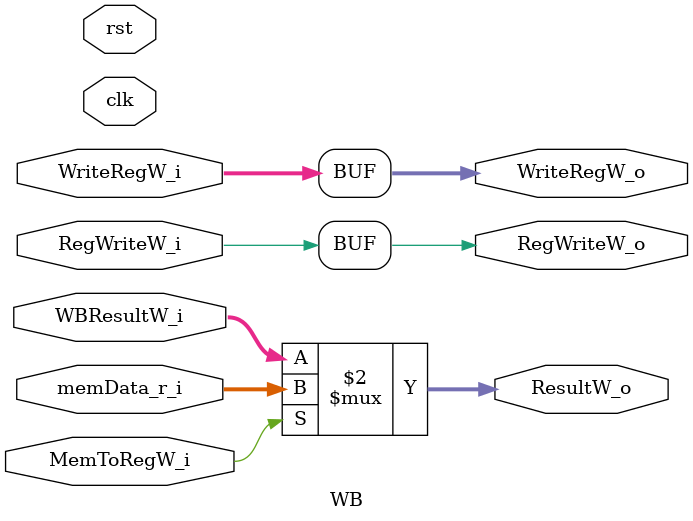
<source format=v>
module pipelinedPS#(parameter OP_WIDTH  = 4,
                    parameter CV_WIDTH  = 10,
                    parameter HZ_CV_WIDTH  = 10,
                    parameter STATES_WIDTH  = 15,
                    parameter ADDR_WIDTH  = 8,
                    parameter DATA_WIDTH  = 16,
                    parameter REG_WIDTH   = 4,
                    parameter IMM8_WIDTH  = 8,
                    parameter REG_NUM     = 16)
       (
           input  clk,
           input  rst,

           input  start,                  // to start the processor
           output stop,                   // to show that the processor is stopped

           //control signals for instruction memory (im)
           input   [DATA_WIDTH-1:0]  im_r_data,      // 16-bit read data of im
           output  [ADDR_WIDTH-1:0]  im_addr,        // 8-bit data address of im
           output  im_rd,                 // read enable of im

           //control signals for data memory (dm)
           output  [ADDR_WIDTH-1:0] dm_addr,         // 8-bit data address of dm
           output  dm_rd,                 // read enable of dm
           output  dm_wr,                 // write enable of dm

           //data for data memory (dm)
           input  [DATA_WIDTH-1:0] dm_r_data,       // 16-bit read data
           output [DATA_WIDTH-1:0] dm_w_data        // 16-bit write data
       );
//IM and DM are inside the testbench, so one must access them through interfaces.
wire[OP_WIDTH-1:0] opcode;

//Main CTRs
wire RegWriteD;//ID
wire RegWriteE,BranchE,MemReadE,RegDstE,MemWriteE,MemToRegE ,MovE,FloatingE,jumpE;//EX
wire[1:0] ALUopE;
wire RegWriteM,BranchM,MemReadM,MemWriteM,MemToRegM ,MovM,jumpM;//MEM
wire RegWriteW,MemToRegW;//WB

//Hazard units
wire[1:0] alu_src1,alu_src2;
wire mem_src,flushEX_MEM,flushIF_ID,pcstall,flushID_EX ,IF_IDstall ,ID_EXstall ,EX_MEMstall,MEM_WBstall ;
wire[REG_WIDTH-1:0] rsI,rtI;
wire R_type;

//IF
wire[ADDR_WIDTH-1:0] PCD;
wire[ADDR_WIDTH-1:0] PC;
wire[REG_WIDTH-1:0] rsD,rtD,rdD;

wire[REG_WIDTH-1:0] rf_r1_addr,rf_r2_addr;
wire[DATA_WIDTH-1:0] rf_r1_data,rf_r2_data;

//EX
wire[ADDR_WIDTH-1:0]PCE;
wire[REG_WIDTH-1:0] rtE,rsE,rdE;
wire[IMM8_WIDTH-1:0] imm8E;

//MEM
wire[ADDR_WIDTH-1:0] PCM;
wire[DATA_WIDTH-1:0] WriteDataM;
wire[IMM8_WIDTH-1:0] imm8M;
wire[REG_WIDTH-1:0] rsM;
wire[REG_WIDTH-1:0] WriteRegM;
wire[DATA_WIDTH-1:0] alu_outM;
wire[DATA_WIDTH-1:0] WBResultM;
wire[DATA_WIDTH-1:0] WBResultM_w;


wire PC_src;
wire[ADDR_WIDTH-1:0] branchAddr;
wire[ADDR_WIDTH-1:0] jumpAddr;
wire jumpM_f;

//WB
wire[DATA_WIDTH-1:0] ResultW;
wire[REG_WIDTH-1:0]  WriteRegW;

wire[REG_WIDTH-1:0] WriteRegW_rf;
wire RegWriteW_rf; //Control

//Stop Register
reg  stop_flag;
wire stop_flag_rd = stop_flag;

always @(posedge clk)
begin
    stop_flag <= rst ? 'd0 : ((PC >= 3)? stop : stop_flag);
end



hazardUnit#(
    .REG_WIDTH   ( REG_WIDTH )
)u_hazardUnit(
    .clk         ( clk         ),
    .rst         ( rst         ),

    //Fowarding and stall
    .rsE         ( rsE         ),
    .rtE         ( rtE         ),
    .RegWriteM   ( RegWriteM   ),
    .RegWriteW   ( RegWriteW   ),
    .WriteRegM   ( WriteRegM   ),
    .WriteRegW   ( WriteRegW   ),
    .rsM         ( rsM         ),

    //Stall
    .rsD         ( rsD         ),
    .rtD         ( rtD         ),
    .MemReadE    ( MemReadE    ),
    .RegWriteD   ( RegWriteD   ),
    .R_type      ( R_type      ),

    //Control hazard
    .stop        ( stop_flag_rd ),
    .PCSrc       ( PC_src       ),
    .jump        ( jumpM_f      ),

    //Forwarding
    .alu_src1    ( alu_src1    ),
    .alu_src2    ( alu_src2    ),
    .mem_src     ( mem_src     ),

    //Stall
    .flushEX_MEM ( flushEX_MEM ),
    .flushIF_ID  ( flushIF_ID  ),
    .pcstall     ( pcstall     ),
    .MemReadW    ( MemReadW    ),
    .MemWriteM   ( MemWriteM   ),

    //Control hazard
    .flushID_EX  ( flushID_EX  ),
    .IF_IDstall  ( IF_IDstall  ),
    .ID_EXstall  ( ID_EXstall  ),
    .EX_MEMstall ( EX_MEMstall ),
    .MEM_WBstall ( MEM_WBstall )
);


IF#(
      .DATA_WIDTH   ( DATA_WIDTH ),
      .ADDR_WIDTH   ( ADDR_WIDTH )
  )u_IF(
      .rst          ( rst          ),
      .clk          ( clk          ),

      //PC
      .start(start),
      .stop(stop_flag_rd ),

      .jump_i       ( jumpM_f    ),
      .PC_src_i     ( PC_src     ),
      .branchAddr_i ( branchAddr ),
      .jumpAddr_i   ( jumpAddr   ),

      //IM
      .im_addr_o    ( im_addr    ),
      .im_rd_o      ( im_rd      ),

      //IF/ID
      .PCD_IF_ID_rd_o ( PCD ),
      .flushIF_ID_i ( flushIF_ID ),
      .stallIF_ID_i ( IF_IDstall ),

      //PC
      .PC(PC),
      .stallPC_i    ( pcstall    )

  );

ID#(
      .DATA_WIDTH           ( DATA_WIDTH ),
      .ADDR_WIDTH           ( ADDR_WIDTH ),
      .IMM8_WIDTH           ( IMM8_WIDTH ),
      .REG_WIDTH            ( REG_WIDTH ),
      .CV_WIDTH             ( CV_WIDTH ),
      .OP_WIDTH             ( OP_WIDTH )
  )u_ID(
      .rst                  ( rst                  ),
      .clk                  ( clk                  ),

      //IF/ID
      .PCD_i                ( PCD                ),
      .instruction_mem_rD_i ( im_r_data ),
      .flush_ID_EX_i        ( flushID_EX        ),
      .stall_ID_EX_i        ( ID_EXstall        ),

      //RF read Addr
      .reg_file_r1          ( rf_r1_addr          ),
      .reg_file_r2          ( rf_r2_addr          ),

      //Forwarding
      .rsD                  ( rsD                  ),
      .rtD                  ( rtD                  ),

      .Stop                 ( stop                  ),

      //ID/EX
      .rtE                  ( rtE                  ),
      .rsE                  ( rsE                  ),
      .rdE                  ( rdE                  ),
      .PCE                  ( PCE                  ),
      .imm8D                ( imm8E                ),

      //Control signals
      .RegWriteE            ( RegWriteE            ),
      .ALUopE               ( ALUopE               ),
      .BranchE              ( BranchE              ),
      .MemReadE             ( MemReadE             ),
      .RegDstE              ( RegDstE              ),
      .MemWriteE            ( MemWriteE            ),
      .MemToRegE            ( MemToRegE            ),
      .MovE                 ( MovE                 ),
      .FloatingE            ( FloatingE            ),
      .jumpE                ( jumpE                ),

      //Hazard
      .RegWrite_o(RegWriteD),
      .R_type(R_type)
  );

reg_file#(
            .DEPTH   ( REG_NUM ),
            .ADDR    ( REG_WIDTH ),
            .WIDTH   ( DATA_WIDTH )
        )u_reg_file(
            .rst     ( rst     ),
            .clk     ( clk     ),


            .r1_en   ( 1'b1   ),
            .r2_en   ( 1'b1   ),

            .r1_addr ( rf_r1_addr ),
            .r2_addr ( rf_r2_addr ),

            .w_data  ( ResultW    ),
            .w_addr  ( WriteRegW_rf  ),
            .w_en    ( RegWriteW_rf  ),

            .r1_data ( rf_r1_data ),
            .r2_data ( rf_r2_data )
        );

EX#(
      .DATA_WIDTH     ( DATA_WIDTH ),
      .ADDR_WIDTH     ( ADDR_WIDTH ),
      .IMM8_WIDTH     ( IMM8_WIDTH ),
      .REG_WIDTH      ( REG_WIDTH ),
      .CV_WIDTH       ( CV_WIDTH ),
      .OP_WIDTH       ( OP_WIDTH )
  )u_EX(
      .clk            ( clk            ),
      .rst            ( rst            ),

      .PCE_i          ( PCE          ),

      .r1_data_r_i    ( rf_r1_data    ),
      .r2_data_r_i    ( rf_r2_data    ),

      .imm8E_i        ( imm8E        ),
      .rsE_i          ( rsE          ),
      .rdE_i          ( rdE          ),

      //Control
      .flush_EX_MEM_i ( flushEX_MEM ),
      .stall_EX_MEM_i ( EX_MEMstall ),

      .RegWriteE_i    ( RegWriteE    ),
      .ALUopE_i       ( ALUopE       ),
      .BranchE_i      ( BranchE      ),
      .MemReadE_i     ( MemReadE     ),
      .RegDstE_i      ( RegDstE      ),
      .MemWriteE_i    ( MemWriteE    ),
      .MemToRegE_i    ( MemToRegE    ),
      .MovE_i         ( MovE         ),
      .FloatingE_i    ( FloatingE    ),
      .jumpE_i        ( jumpE        ),

      .PCM_o          ( PCM          ),
      .WriteDataM_o   ( WriteDataM   ),
      .imm8M_o        ( imm8M        ),
      .rsM_o          ( rsM          ),

      .WriteRegM_o    ( WriteRegM    ),
      .RegWriteM_o    ( RegWriteM    ),

      .alu_outM_o     ( alu_outM     ),
      .BranchM_o      ( BranchM      ),

      .MemReadM_o     ( MemReadM     ),
      .MemWriteM_o    ( MemWriteM    ),
      .MemToRegM_o    ( MemToRegM    ),
      .MovM_o         ( MovM         ),
      .jumpM_o        ( jumpM        ),

      .WBResultM_i    ( WBResultM_w  ),
      .ResultW_i      ( ResultW      ),
      .alu_src1_i     ( alu_src1     ),
      .alu_src2_i     ( alu_src2     )
  );

MEM#(
       .DATA_WIDTH     ( DATA_WIDTH ),
       .ADDR_WIDTH     ( ADDR_WIDTH ),
       .IMM8_WIDTH     ( IMM8_WIDTH ),
       .REG_WIDTH      ( REG_WIDTH ),
       .CV_WIDTH       ( CV_WIDTH ),
       .OP_WIDTH       ( OP_WIDTH )
   )u_MEM(
       .clk            ( clk            ),
       .rst            ( rst            ),

       .PCM_i          ( PCM          ),
       .alu_outM_i     ( alu_outM     ),
       .WriteDataM_i   ( WriteDataM   ),
       .imm8M_i        ( imm8M        ),
       .rsM_i          ( rsM          ),

       //Hazard controls
       .stall_MEM_WB_i ( MEM_WBstall   ),
       .MemSrc_i       ( mem_src       ),

       .WriteRegM_i    ( WriteRegM    ),
       .RegWriteM_i    ( RegWriteM    ),
       .MemReadM_o     ( MemReadW     ),

       //Forwarded data
       .ResultW_i      ( ResultW      ),

       //Control signals
       .BranchM_i      ( BranchM      ),
       .MemToRegM_i    ( MemToRegM    ),
       .MovM_i         ( MovM         ),
       .jumpM_i        ( jumpM        ),

       //!Forward to ID
       .branchAddr_o   ( branchAddr   ),
       .PC_src_o       ( PC_src       ),
       .jumpAddr_o     ( jumpAddr     ),

       //Forward to EX
       .WBResultM_w    ( WBResultM_w  ),

       //!MEM/WB
       .WBResultM_o    ( WBResultM    ),
       .WriteRegM_o    ( WriteRegW    ),

       //Control Signals
       .RegWriteM_o    ( RegWriteW    ),
       .MemToRegM_o    ( MemToRegW    ),
       .jumpM_o        ( jumpM_f      ),

       //DM
       .MemWriteM_i    ( MemWriteM    ),
       .MemReadM_i     ( MemReadM     ),

       .dm_rd(dm_rd),
       .dm_wr(dm_wr),
       .MemAddr_o      ( dm_addr      ),
       .WriteDataM_o   ( dm_w_data    )
   );

WB#(
      .DATA_WIDTH   ( DATA_WIDTH ),
      .ADDR_WIDTH   ( ADDR_WIDTH ),
      .IMM8_WIDTH   ( IMM8_WIDTH ),
      .REG_WIDTH    ( REG_WIDTH  ),
      .CV_WIDTH     ( CV_WIDTH   ),
      .OP_WIDTH     ( OP_WIDTH   )
  )u_WB(
      .clk          ( clk          ),
      .rst          ( rst          ),

      //MEM/WB
      .WBResultW_i  ( WBResultM  ),

      .WriteRegW_i  ( WriteRegW  ),
      .RegWriteW_i  ( RegWriteW  ),
      .MemToRegW_i  ( MemToRegW  ),

      .RegWriteW_o  ( RegWriteW_rf  ),

      .memData_r_i  ( dm_r_data  ),
      .ResultW_o    ( ResultW    ),
      .WriteRegW_o  ( WriteRegW_rf  )
);


endmodule

module MEM #(parameter DATA_WIDTH = 16,
             parameter ADDR_WIDTH = 8,
             parameter IMM8_WIDTH = 8,
             parameter REG_WIDTH  = 4,
             parameter CV_WIDTH   = 11,
             parameter OP_WIDTH   = 4)
       (input clk,
        input rst,

        //From EX/MEM
        input[ADDR_WIDTH-1:0] PCM_i,
        input[DATA_WIDTH-1:0] alu_outM_i,
        input[DATA_WIDTH-1:0] WriteDataM_i,
        input[IMM8_WIDTH-1:0] imm8M_i,
        input[REG_WIDTH-1:0] rsM_i,
        input[REG_WIDTH-1:0] WriteRegM_i,

        //Hazard control
        input stall_MEM_WB_i,
        input MemSrc_i,

        //Controls
        input RegWriteM_i,
        input BranchM_i,
        input MemReadM_i,
        input MemWriteM_i,
        input MemToRegM_i,
        input MovM_i,
        input jumpM_i,

        //Forwarded signal
        input[DATA_WIDTH-1:0] ResultW_i,

        //Forward signal to IF
        output[ADDR_WIDTH-1:0] branchAddr_o,
        output[ADDR_WIDTH-1:0] jumpAddr_o,
        output jumpM_o,

        //Forwarding to EX
        output[DATA_WIDTH-1:0] WBResultM_w,

        //MEM/WB
        output reg[DATA_WIDTH-1:0] WBResultM_o,
        output reg[REG_WIDTH-1:0] WriteRegM_o,
        output reg RegWriteM_o ,
        output reg MemToRegM_o ,
        output reg MemReadM_o,

        //DM
        output dm_rd,
        output dm_wr,
        output[ADDR_WIDTH-1:0] MemAddr_o,
        output[DATA_WIDTH-1:0] WriteDataM_o,

        //Hazard control
        output PC_src_o
       );

//Branch
assign PC_src_o = ((WriteDataM_o == 'd0) && (BranchM_i) );
assign jumpM_o = jumpM_i;
assign branchAddr_o = imm8M_i;
assign jumpAddr_o   = imm8M_i;


//DM
assign  dm_wr = MemWriteM_i;
assign  dm_rd = MemReadM_i;
assign  MemAddr_o = imm8M_i;
assign WriteDataM_o = MemSrc_i ?  ResultW_i : WriteDataM_i ;

wire[DATA_WIDTH-1:0] sign_extended_val = {{8{imm8M_i[7]}},imm8M_i[7:0]};
//MEM/WB
assign WBResultM_w = MovM_i ? sign_extended_val : alu_outM_i;

always @(posedge clk )
begin
    if(rst)
    begin
        RegWriteM_o <= 'd0;
        MemToRegM_o <= 'd0;

        WBResultM_o <= 'd0;
        WriteRegM_o <= 'd0;
        MemReadM_o  <= 'd0;
    end
    else if(stall_MEM_WB_i)
    begin
        RegWriteM_o <= RegWriteM_o;
        MemToRegM_o <= MemToRegM_o;
        WBResultM_o <= WBResultM_o;
        WriteRegM_o <= WriteRegM_o;
        MemReadM_o  <= MemReadM_o;
    end
    else
    begin
        RegWriteM_o <= RegWriteM_i;
        MemToRegM_o <= MemToRegM_i;

        WBResultM_o <= WBResultM_w;
        WriteRegM_o <= WriteRegM_i;
        MemReadM_o  <= MemReadM_i;
    end
end

endmodule

module IF#(parameter DATA_WIDTH = 16,
           parameter ADDR_WIDTH = 8)
       (input rst,
        input clk,

        //Control inputs
        input jump_i,
        input PC_src_i,
        input start,

        //From stop_flag
        input stop,

        //Forwarded addr
        input[ADDR_WIDTH-1:0] branchAddr_i,
        input[ADDR_WIDTH-1:0] jumpAddr_i,

        //IF/ID control inputs
        input flushIF_ID_i,
        input stallIF_ID_i,
        input stallPC_i,

        //IM accesses
        output[ADDR_WIDTH-1:0]  im_addr_o,
        output                  im_rd_o,

        //IF/ID output
        output reg[ADDR_WIDTH-1:0] PCD_IF_ID_rd_o,

        //Status
        output reg processor_status_r_o,

        //Current PC
        output[ADDR_WIDTH-1:0] PC);

reg[ADDR_WIDTH-1:0] pc_rd;
reg[ADDR_WIDTH-1:0] pc_wr;
wire[ADDR_WIDTH-1:0] PCF;

//Processor status
always @(posedge clk)
begin
    processor_status_r_o <= (rst || stop) ? 1'b0 : (start ? 1'b1 :processor_status_r_o);
end

//PC & adder
always @(posedge clk)
begin
    pc_rd <= rst ? 'd0 : pc_wr;
end

always @(*)
begin
    if(stallPC_i)
    begin
        pc_wr = pc_rd;
    end
    else if(PC_src_i)
    begin
        pc_wr = branchAddr_i;
    end
    else if(jump_i)
    begin
        pc_wr = jumpAddr_i;
    end
    else if(processor_status_r_o)
    begin
        pc_wr = PCF;
    end
    else
    begin
        pc_wr = pc_rd;
    end
end

assign PCF = pc_rd + 8'b1;
assign PC  = pc_rd;

//IM
assign im_addr_o = pc_rd;
assign im_rd_o   = 1'b1;

//IF/ID
always @(posedge clk)
begin
    if(rst)
    begin
        PCD_IF_ID_rd_o <= 8'd0;
    end
    else if(stallIF_ID_i)
    begin
        PCD_IF_ID_rd_o <= PCD_IF_ID_rd_o;
    end
    else if(flushIF_ID_i)
    begin
        PCD_IF_ID_rd_o <= 8'd0;
    end
    else
    begin
        PCD_IF_ID_rd_o <= PCF;
    end
end

endmodule

module ID#(parameter DATA_WIDTH = 16,
           parameter ADDR_WIDTH = 8,
           parameter IMM8_WIDTH = 8,
           parameter REG_WIDTH  = 4,
           parameter CV_WIDTH   = 11,
           parameter OP_WIDTH   = 4)
       (input rst,
        input clk,
        input[ADDR_WIDTH-1:0] PCD_i,
        input[DATA_WIDTH-1:0] instruction_mem_rD_i,
        input flush_ID_EX_i,
        input stall_ID_EX_i,

        //REGFILE
        output[REG_WIDTH-1:0] reg_file_r1,
        output[REG_WIDTH-1:0] reg_file_r2,

        //Hazard unit inputs
        output[REG_WIDTH-1:0]  rsD ,
        output[REG_WIDTH-1:0]  rtD ,
        output[REG_WIDTH-1:0]  rdD ,

        //LW-R hazard needed
        output RegWrite_o,
        output R_type    ,

        //IF/ID
        output reg[REG_WIDTH-1:0]  rtE,
        output reg[REG_WIDTH-1:0]  rsE,
        output reg[REG_WIDTH-1:0]  rdE,
        output reg[ADDR_WIDTH-1:0] PCE,
        output reg[IMM8_WIDTH-1:0] imm8D,

        output Stop,

        output reg RegWriteE,
        output reg[1:0] ALUopE,
        output reg BranchE,
        output reg MemReadE,
        output reg RegDstE,
        output reg MemWriteE,
        output reg MemToRegE,
        output reg MovE,
        output reg FloatingE,
        output reg jumpE
       );

//Instruction bit slices from IM
assign  rsD     = instruction_mem_rD_i[11:8];
assign  rtD     = instruction_mem_rD_i[7:4];
assign  rdD     = instruction_mem_rD_i[3:0];
wire[IMM8_WIDTH-1:0] imm8D_w = instruction_mem_rD_i[7:0];
wire[OP_WIDTH-1:0]   opcode = instruction_mem_rD_i[15:12];

//Control vector
wire[1:0] ALUop;
wire RegWrite;
wire Branch;
wire MemRead;
wire RegDst;
wire MemWrite;
wire MemToReg;
wire Mov;
wire Floating;
wire Jump;

//RF access
assign reg_file_r1 = rsD;
assign reg_file_r2 = rtD;

CTR ctr(.opcode_i(opcode),

        //Outputs
        .RegWrite(RegWrite),
        .ALUop(ALUop),
        .Branch(Branch),
        .MemRead(MemRead),
        .RegDst(RegDst),
        .MemWrite(MemWrite),
        .Jump(Jump),
        .MemToReg(MemToReg),
        .Mov(Mov),
        .Floating(Floating),
        .Stop(Stop),
        .R_type(R_type));

//LW-R hazard, ID stage R, EX stage LW
assign RegWrite_o = RegWrite;

// ID/EX
always @(posedge clk)
begin
    if(rst)
    begin
        PCE   <= PCD_i;
        RegWriteE <= 'd0;
        ALUopE <= 'd0;
        BranchE <= 'd0;
        MemReadE <= 'd0;
        RegDstE <= 'd0;
        MemWriteE <= 'd0;
        MemToRegE <= 'd0;
        MovE <= 'd0;
        FloatingE <= 'd0;

        rtE <= 'd15;
        rsE <= 'd15;
        rdE <= 'd15;
        imm8D<= 'd250;
        jumpE <= 'd0;

    end
    else if(stall_ID_EX_i)
    begin
        PCE   <= PCE;
        RegWriteE <= RegWriteE;
        ALUopE <= ALUopE;
        BranchE <= BranchE;
        MemReadE <= MemReadE;
        RegDstE <= RegDstE;
        MemWriteE <= MemWriteE;
        MemToRegE <= MemToRegE;
        MovE <= MovE;
        FloatingE <= FloatingE;

        rtE <= rtE;
        rsE <= rsE;
        rdE <= rdE;
        imm8D<= imm8D;
        jumpE <= jumpE;
    end
    else if(flush_ID_EX_i)
    begin
        PCE   <= 'd0;
        RegWriteE <= 'd0;
        ALUopE <= 'd0;
        BranchE <= 'd0;
        MemReadE <= 'd0;
        RegDstE <= 'd0;
        MemWriteE <= 'd0;
        MemToRegE <= 'd0;
        MovE <= 'd0;
        FloatingE <= 'd0;

        rtE <= 'd0;
        rsE <= 'd0;
        rdE <= 'd0;
        imm8D<='d0;
        jumpE <= 'd0;
    end
    else
    begin
        PCE   <= PCD_i;
        RegWriteE <= RegWrite;
        ALUopE <= ALUop;
        BranchE <= Branch;
        MemReadE <= MemRead;
        RegDstE <= RegDst;
        MemWriteE <= MemWrite;
        MemToRegE <= MemToReg;
        MovE <= Mov;
        FloatingE <= Floating;

        rtE <= rtD;
        rsE <= rsD;
        rdE <= rdD;
        imm8D<=imm8D_w;
        jumpE <= Jump;
    end
end

endmodule


module CTR#(parameter OP_WIDTH = 4,
            parameter CV_WIDTH = 12)
       (input [OP_WIDTH-1:0] opcode_i,
        output RegWrite ,
        output[1:0] ALUop ,
        output Branch ,
        output MemRead ,
        output RegDst ,
        output MemWrite ,
        output Jump ,
        output MemToReg ,
        output Mov ,
        output Floating ,
        output Stop,
        output R_type);

//Basic instructions OP
localparam ADD =    4'b0010 ;
localparam SW =     4'b0001 ;
localparam LW =     4'b0000 ;
localparam SUB =    4'b0100 ;
localparam MOV =    4'b0011 ;
localparam JMPZ =   4'b0101 ;
localparam STOP =   4'b0111 ;
localparam ADDF =   4'b1000 ;
localparam MULTF =  4'b1001 ;
localparam NOP =    4'b1111 ;
localparam SLT =    4'b1010 ;
localparam JUMP =   4'b0110 ;


wire _ADD_       = opcode_i == ADD;
wire _SW_        = opcode_i == SW;
wire _LW_        = opcode_i == LW;
wire _SUB_       = opcode_i == SUB;
wire _MOV_       = opcode_i == MOV;
wire _JMPZ_      = opcode_i == JMPZ;
wire _STOP_      = opcode_i == STOP;
wire _ADDF_      = opcode_i == ADDF;
wire _MULTF_     = opcode_i == MULTF;
wire _NOP_       = opcode_i == NOP;
wire _SLT_       = opcode_i == SLT;
wire _JUMP_      = opcode_i == JUMP;
assign R_type    = _ADD_ || _SUB_ || _MULTF_ || _NOP_ || _STOP_ || _JMPZ_ || _SLT_; //Note JMPZ is not R_type but is needs forwarding.


//Basic instruction ControlVector
localparam ADD_CV   =       12'b100000000000;
localparam SW_CV    =       12'b000000100000;
localparam LW_CV    =       12'b100011001000;
localparam SUB_CV   =       12'b101000000000;
localparam MOV_CV   =       12'b100001000100;
localparam JMPZ_CV  =       12'b000100000000;
localparam STOP_CV  =       12'b000000000001;
localparam ADDF_CV  =       12'b100000000010;
localparam MULTF_CV =       12'b100000000010;
localparam NOP_CV   =       12'b000000000000;
localparam SLT_CV   =       12'b110000000000;
localparam JUMP_CV  =       12'b000000010000;

reg[CV_WIDTH-1:0] control_vector;
//Main CTR decoder
always @(*)
begin
    case(opcode_i)
        ADD:
        begin
            control_vector = ADD_CV;
        end
        SW:
        begin
            control_vector = SW_CV;
        end
        LW:
        begin
            control_vector = LW_CV;
        end
        SUB:
        begin
            control_vector = SUB_CV;
        end
        MOV:
        begin
            control_vector = MOV_CV;
        end
        JMPZ:
        begin
            control_vector = JMPZ_CV;
        end
        STOP:
        begin
            control_vector = STOP_CV;
        end
        ADDF:
        begin
            control_vector = ADDF_CV;
        end
        MULTF:
        begin
            control_vector = MULTF_CV;
        end
        NOP:
        begin
            control_vector = NOP_CV;
        end
        JUMP:
        begin
            control_vector = JUMP_CV;
        end
        default:
        begin
            control_vector = NOP;
        end
    endcase
end

assign {RegWrite,ALUop[1:0],Branch,MemRead,RegDst,MemWrite,Jump,MemToReg,Mov,Floating,Stop} = control_vector;

endmodule

module EX#(parameter DATA_WIDTH = 16,
           parameter ADDR_WIDTH = 8,
           parameter IMM8_WIDTH = 8,
           parameter REG_WIDTH  = 4,
           parameter CV_WIDTH   = 11,
           parameter OP_WIDTH   = 4)
       (input clk,
        input rst,

        input[ADDR_WIDTH-1:0] PCE_i,

        //RF
        input[DATA_WIDTH-1:0] r1_data_r_i,
        input[DATA_WIDTH-1:0] r2_data_r_i,

        //ID/EX
        input[IMM8_WIDTH-1:0] imm8E_i,
        input[REG_WIDTH-1:0] rsE_i,
        input[REG_WIDTH-1:0] rdE_i,
        input flush_EX_MEM_i,
        input stall_EX_MEM_i,

        //Control Vector
        input RegWriteE_i ,
        input[1:0] ALUopE_i ,
        input BranchE_i ,
        input MemReadE_i ,
        input RegDstE_i ,
        input MemWriteE_i ,
        input MemToRegE_i ,
        input MovE_i ,
        input FloatingE_i ,
        input jumpE_i,


        //EX/ME
        //Data
        output reg[ADDR_WIDTH-1:0] PCM_o,
        output reg[DATA_WIDTH-1:0] WriteDataM_o,
        output reg[IMM8_WIDTH-1:0] imm8M_o,
        output reg[REG_WIDTH-1:0]  rsM_o,
        output reg[REG_WIDTH-1:0]  WriteRegM_o,
        output reg[DATA_WIDTH-1:0] alu_outM_o,

        //Control signals
        output reg RegWriteM_o ,
        output reg BranchM_o ,
        output reg MemReadM_o ,
        output reg MemWriteM_o ,
        output reg MemToRegM_o ,
        output reg MovM_o,
        output reg jumpM_o,

        //Hazard signals
        //Forwarded data
        input[DATA_WIDTH-1:0] WBResultM_i,
        input[DATA_WIDTH-1:0] ResultW_i,
        //Forward signal
        input[1:0] alu_src1_i,
        input[1:0] alu_src2_i);

reg[DATA_WIDTH-1:0] alu_in1;
reg[DATA_WIDTH-1:0] alu_in2;

wire[DATA_WIDTH-1:0] WriteDataE_w;
wire[DATA_WIDTH-1:0] WriteRegE_w;
reg[DATA_WIDTH-1:0] alu_w;

//ALU_SRC1
always @(*)
begin
    case(alu_src1_i)
        'd0:
        begin
            alu_in1 = r1_data_r_i;
        end
        'd1:
        begin
            alu_in1 = WBResultM_i;
        end
        'd2:
        begin
            alu_in1 = ResultW_i;
        end
        default:
        begin
            alu_in1 = r1_data_r_i;
        end
    endcase
end

//ALU_SRC2
always @(*)
begin
    case(alu_src2_i)
        'd0:
        begin
            alu_in2 = r2_data_r_i;
        end
        'd1:
        begin
            alu_in2 = WBResultM_i;
        end
        'd2:
        begin
            alu_in2 = ResultW_i;
        end
        default:
        begin
            alu_in2 = r2_data_r_i;
        end
    endcase
end

//ALU
always @(*)
begin
    case(ALUopE_i)
    2'b00: alu_w = alu_in1 + alu_in2;
    2'b01: alu_w = alu_in1 - alu_in2;
    2'b10: alu_w = alu_in1 < alu_in2;
    endcase
end

// EX/MEM
always @(posedge clk)
begin
    if(rst)
    begin
        PCM_o <= 'd0;

        WriteDataM_o<='d0;
        imm8M_o<='d0;
        rsM_o<='d0;
        WriteRegM_o<='d0;
        alu_outM_o<='d0;

        RegWriteM_o<='d0;
        BranchM_o<='d0;
        MemReadM_o<='d0;
        MemWriteM_o<='d0;
        MemToRegM_o<='d0;
        MovM_o<='d0;
        jumpM_o <= 'd0;
    end
    else if(flush_EX_MEM_i)
    begin
        PCM_o <= 'd0;

        WriteDataM_o<='d0;
        imm8M_o<= 'd15;
        rsM_o<= 'd15;
        WriteRegM_o<= 'd15;
        alu_outM_o<= 'd15;

        RegWriteM_o<='d0;
        BranchM_o<='d0;
        MemReadM_o<='d0;
        MemWriteM_o<='d0;
        MemToRegM_o<='d0;
        MovM_o<='d0;
        jumpM_o <= 'd0;
    end
    else if(stall_EX_MEM_i)
    begin
        PCM_o <= PCM_o;

        WriteDataM_o        <=  WriteDataM_o;
        imm8M_o             <=  imm8M_o;
        rsM_o               <=  rsM_o;
        WriteRegM_o         <=  WriteRegM_o;
        alu_outM_o          <=  alu_outM_o;

        RegWriteM_o         <=  RegWriteM_o;
        BranchM_o           <=  BranchM_o;
        MemReadM_o          <=  MemReadM_o;
        MemWriteM_o         <=  MemWriteM_o;
        MemToRegM_o         <=  MemToRegM_o;
        MovM_o              <=  MovM_o;
        jumpM_o <= jumpM_o;
    end
    else
    begin
        PCM_o <= PCE_i;

        WriteDataM_o        <=  WriteDataE_w;
        imm8M_o             <=  imm8E_i;
        rsM_o               <=  rsE_i;
        WriteRegM_o         <=  WriteRegE_w;
        alu_outM_o          <=  alu_w;

        RegWriteM_o         <=  RegWriteE_i;
        BranchM_o           <=  BranchE_i;
        MemReadM_o          <=  MemReadE_i;
        MemWriteM_o         <=  MemWriteE_i;
        MemToRegM_o         <=  MemToRegE_i;
        MovM_o              <=  MovE_i;
        jumpM_o <= jumpE_i;
    end
end

//EX
assign WriteDataE_w = alu_in1;
assign WriteRegE_w  = RegDstE_i ? rsE_i : rdE_i;

endmodule


module hazardUnit#(parameter REG_WIDTH = 4)
       (
           //Hazard unit
           input  clk,
           input  rst,

           //Forwarding
           input[REG_WIDTH-1:0] rsE        ,
           input[REG_WIDTH-1:0] rtE        ,

           input RegWriteD  ,
           input RegWriteM  ,
           input RegWriteW  ,
           input R_type     ,

           input[REG_WIDTH-1:0] WriteRegM  ,
           input[REG_WIDTH-1:0] WriteRegW  ,

           input[REG_WIDTH-1:0] rsM        ,
           input[REG_WIDTH-1:0] rsD        ,
           input[REG_WIDTH-1:0] rtD        ,

           input MemReadE   ,
           input MemWriteM  ,
           input MemReadW   ,
           input stop       ,
           input PCSrc      ,
           input jump       ,

           //Hazard_control_outputs
           //Forwarding
           output reg[1:0] alu_src1,
           output reg[1:0] alu_src2,
           output reg      mem_src,

           //Stall detection
           output reg      flushEX_MEM,
           output reg      flushIF_ID,
           output reg      pcstall,

           //Control hazard
           output reg      flushID_EX,
           output reg      IF_IDstall,
           output reg      ID_EXstall,
           output reg      EX_MEMstall,
           output reg      MEM_WBstall);

reg branch_hazard_flag_w;
reg branch_hazard_flag_r;

wire branch_flush_flag = branch_hazard_flag_w ;

reg[2:0] flush_cnt;
wire flush_done_flag  = (flush_cnt == 'd3);

//Hazard unit control
//Fowarding
always @(*)
begin
    if((rsE == WriteRegM) && (RegWriteM == 1) && (MemReadE != 1))
    begin
        alu_src1 = 2'b01;
    end
    else if ((rsE == WriteRegW) && (RegWriteW == 1) && (MemReadE != 1))
    begin
        alu_src1 = 2'b10;
    end
    else
    begin
        alu_src1 = 2'b00;
    end
end


always @(*)
begin
    if((rtE == WriteRegM) && (RegWriteM == 1) && (MemReadE != 1))
    begin
        alu_src2 = 2'b01;
    end
    else if ((rtE == WriteRegW) && (RegWriteW == 1) && (MemReadE != 1))
    begin
        alu_src2 = 2'b10;
    end
    else
    begin
        alu_src2 = 2'b00;
    end
end

always @(*)
begin
    if((rsM == WriteRegW) && (MemReadW == 1) && (MemWriteM == 1))
    begin
        mem_src = 1'b1;
    end
    else
    begin
        mem_src = 1'b0;
    end
end

//Stall
always @(*)
begin
    if(stop)
    begin
        IF_IDstall  = 1'b1;
        ID_EXstall  = 1'b1;
        EX_MEMstall = 1'b1;
        MEM_WBstall = 1'b1;
        pcstall     = 1'b1;

        flushID_EX  = 1'b0;
    end
    else if(((((rsD == rsE) || (rtD == rsE)) && (MemReadE == 1)) && (R_type == 1)) || (branch_flush_flag))
    begin
        IF_IDstall  = 1'b0;
        ID_EXstall  = 1'b0;
        EX_MEMstall = 1'b0;
        MEM_WBstall = 1'b0;

        pcstall     = 1'b1;
        flushID_EX   = 1'b1;
    end
    else
    begin
        IF_IDstall  = 1'b0;
        ID_EXstall  = 1'b0;
        EX_MEMstall = 1'b0;
        MEM_WBstall = 1'b0;
        pcstall     = 1'b0;

        flushID_EX   = 1'b0;
    end
end




//Control Hazard
always @(*)
begin
    if(jump==1)
    begin
        //Only need to flush for 1 cycle.
        flushIF_ID  = 1'b1;
        flushEX_MEM = 1'b0;
    end
    else if(branch_flush_flag)
    begin
        // need to flush for 3 cycles.
        flushIF_ID  = 1'b1;
        flushEX_MEM = 1'b1;
    end
    else
    begin
        flushIF_ID  = 1'b0;
        flushEX_MEM = 1'b0;
    end
end

always @(posedge clk)
begin
    if(rst)
    begin
        flush_cnt <= 3'd0;
    end
    else if(branch_hazard_flag_r || branch_hazard_flag_w)
    begin
        flush_cnt <= flush_cnt + 3'd1;
    end
    else if(flush_done_flag)
    begin
        flush_cnt <= 3'd0;
    end
    else
    begin
        flush_cnt <= flush_cnt;
    end
end

always @(posedge clk)
begin
    branch_hazard_flag_r <= rst ? 1'd0 : branch_hazard_flag_w;
end
always @(*)
begin
    if(rst)
    begin
        branch_hazard_flag_w = 1'b0;
    end
    else if(PCSrc)
    begin
        branch_hazard_flag_w = 1'd1;
    end
    else if(flush_done_flag)
    begin
        branch_hazard_flag_w = 1'b0;
    end
    else
    begin
        branch_hazard_flag_w = branch_hazard_flag_r;
    end
end

endmodule


module reg_file #(
parameter  DEPTH = 4,
parameter  ADDR = 2,
parameter  WIDTH = 8)

(
input     rst,
input     clk,

input     w_en,                   // write enable
input     [ADDR-1:0]    w_addr,   // write address

input     r1_en,                  // #1-port read enable
input     r2_en,                  // #2-port read enable
input     [ADDR-1:0]    r1_addr,  // #1-port read address
input     [ADDR-1:0]    r2_addr,  // #2-port read address

input     [WIDTH-1:0]   w_data,   // write data

output reg   [WIDTH-1:0]   r1_data,  // #1-port read data
output reg   [WIDTH-1:0]   r2_data   // #2-port read data
);

reg [WIDTH-1:0]    rf[0:DEPTH-1];
always @(posedge clk)
begin
  r1_data <= (r1_en) ? rf[r1_addr] : {(WIDTH){1'b0}};
  r2_data <= (r2_en) ? rf[r2_addr] : {(WIDTH){1'b0}};
end

always@(negedge clk or posedge rst)
begin: rf_block
  integer i;
  if(rst)
     for(i=0; i<DEPTH; i=i+1)
           rf[i] <= {(WIDTH){1'b0}};
  else if(w_en)
           rf[w_addr] <= w_data;
end

endmodule

module WB #(parameter DATA_WIDTH = 16,
            parameter ADDR_WIDTH = 8,
            parameter IMM8_WIDTH = 8,
            parameter REG_WIDTH  = 4,
            parameter CV_WIDTH   = 11,
            parameter OP_WIDTH   = 4
           )(input clk,
             input rst,
             //MEM/WB
             //Data
             input[DATA_WIDTH-1:0] WBResultW_i,
             input[REG_WIDTH-1:0] WriteRegW_i,
             //Controls
             input  RegWriteW_i,
             input  MemToRegW_i,
             output RegWriteW_o,
             //DM
             input[DATA_WIDTH-1:0] memData_r_i,
             //To ID
             //RF_WB
             output[DATA_WIDTH-1:0] ResultW_o,
             //RF_WB_Addr
             output[REG_WIDTH-1:0] WriteRegW_o
             );

//Outputs to ID
assign ResultW_o = MemToRegW_i ? memData_r_i : WBResultW_i;
assign WriteRegW_o = WriteRegW_i;
assign RegWriteW_o = RegWriteW_i;

endmodule

</source>
